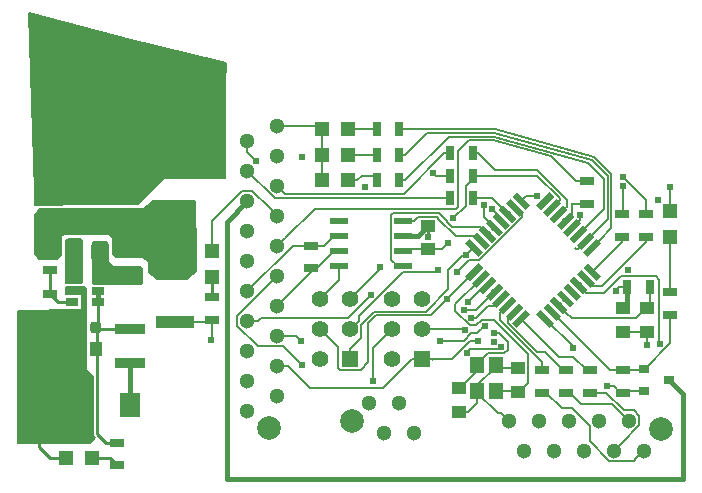
<source format=gtl>
G04 #@! TF.GenerationSoftware,KiCad,Pcbnew,5.1.4-e60b266~84~ubuntu18.04.1*
G04 #@! TF.CreationDate,2019-12-14T18:52:15-05:00*
G04 #@! TF.ProjectId,dashboard_MKV_ewan,64617368-626f-4617-9264-5f4d4b565f65,rev?*
G04 #@! TF.SameCoordinates,Original*
G04 #@! TF.FileFunction,Copper,L1,Top*
G04 #@! TF.FilePolarity,Positive*
%FSLAX46Y46*%
G04 Gerber Fmt 4.6, Leading zero omitted, Abs format (unit mm)*
G04 Created by KiCad (PCBNEW 5.1.4-e60b266~84~ubuntu18.04.1) date 2019-12-14 18:52:15*
%MOMM*%
%LPD*%
G04 APERTURE LIST*
%ADD10R,1.550000X0.600000*%
%ADD11R,1.300000X0.700000*%
%ADD12C,0.550000*%
%ADD13C,0.100000*%
%ADD14R,1.200000X1.400000*%
%ADD15C,1.300000*%
%ADD16C,2.000000*%
%ADD17R,3.500000X1.780000*%
%ADD18R,1.000000X1.250000*%
%ADD19R,2.500000X0.900000*%
%ADD20R,2.000000X1.200000*%
%ADD21R,3.200000X1.000000*%
%ADD22R,1.060000X0.650000*%
%ADD23R,1.600000X1.000000*%
%ADD24R,1.250000X1.000000*%
%ADD25R,1.778000X2.159000*%
%ADD26R,1.200000X1.200000*%
%ADD27C,0.875000*%
%ADD28R,1.400000X1.400000*%
%ADD29C,1.400000*%
%ADD30R,0.900000X0.800000*%
%ADD31R,0.700000X1.300000*%
%ADD32C,0.800000*%
%ADD33C,0.609600*%
%ADD34C,0.250000*%
%ADD35C,0.381000*%
%ADD36C,0.152400*%
%ADD37C,0.254000*%
G04 APERTURE END LIST*
D10*
X202344000Y-77724000D03*
X202344000Y-76454000D03*
X202344000Y-75184000D03*
X202344000Y-73914000D03*
X196944000Y-73914000D03*
X196944000Y-75184000D03*
X196944000Y-76454000D03*
X196944000Y-77724000D03*
D11*
X194564000Y-76012000D03*
X194564000Y-77912000D03*
D12*
X212334695Y-72230897D03*
D13*
G36*
X211574555Y-71859666D02*
G01*
X211963464Y-71470757D01*
X213094835Y-72602128D01*
X212705926Y-72991037D01*
X211574555Y-71859666D01*
X211574555Y-71859666D01*
G37*
D12*
X211769010Y-72796583D03*
D13*
G36*
X211008870Y-72425352D02*
G01*
X211397779Y-72036443D01*
X212529150Y-73167814D01*
X212140241Y-73556723D01*
X211008870Y-72425352D01*
X211008870Y-72425352D01*
G37*
D12*
X211203324Y-73362268D03*
D13*
G36*
X210443184Y-72991037D02*
G01*
X210832093Y-72602128D01*
X211963464Y-73733499D01*
X211574555Y-74122408D01*
X210443184Y-72991037D01*
X210443184Y-72991037D01*
G37*
D12*
X210637639Y-73927953D03*
D13*
G36*
X209877499Y-73556722D02*
G01*
X210266408Y-73167813D01*
X211397779Y-74299184D01*
X211008870Y-74688093D01*
X209877499Y-73556722D01*
X209877499Y-73556722D01*
G37*
D12*
X210071953Y-74493639D03*
D13*
G36*
X209311813Y-74122408D02*
G01*
X209700722Y-73733499D01*
X210832093Y-74864870D01*
X210443184Y-75253779D01*
X209311813Y-74122408D01*
X209311813Y-74122408D01*
G37*
D12*
X209506268Y-75059324D03*
D13*
G36*
X208746128Y-74688093D02*
G01*
X209135037Y-74299184D01*
X210266408Y-75430555D01*
X209877499Y-75819464D01*
X208746128Y-74688093D01*
X208746128Y-74688093D01*
G37*
D12*
X208940583Y-75625010D03*
D13*
G36*
X208180443Y-75253779D02*
G01*
X208569352Y-74864870D01*
X209700723Y-75996241D01*
X209311814Y-76385150D01*
X208180443Y-75253779D01*
X208180443Y-75253779D01*
G37*
D12*
X208374897Y-76190695D03*
D13*
G36*
X207614757Y-75819464D02*
G01*
X208003666Y-75430555D01*
X209135037Y-76561926D01*
X208746128Y-76950835D01*
X207614757Y-75819464D01*
X207614757Y-75819464D01*
G37*
D12*
X208374897Y-78241305D03*
D13*
G36*
X208003666Y-79001445D02*
G01*
X207614757Y-78612536D01*
X208746128Y-77481165D01*
X209135037Y-77870074D01*
X208003666Y-79001445D01*
X208003666Y-79001445D01*
G37*
D12*
X208940583Y-78806990D03*
D13*
G36*
X208569352Y-79567130D02*
G01*
X208180443Y-79178221D01*
X209311814Y-78046850D01*
X209700723Y-78435759D01*
X208569352Y-79567130D01*
X208569352Y-79567130D01*
G37*
D12*
X209506268Y-79372676D03*
D13*
G36*
X209135037Y-80132816D02*
G01*
X208746128Y-79743907D01*
X209877499Y-78612536D01*
X210266408Y-79001445D01*
X209135037Y-80132816D01*
X209135037Y-80132816D01*
G37*
D12*
X210071953Y-79938361D03*
D13*
G36*
X209700722Y-80698501D02*
G01*
X209311813Y-80309592D01*
X210443184Y-79178221D01*
X210832093Y-79567130D01*
X209700722Y-80698501D01*
X209700722Y-80698501D01*
G37*
D12*
X210637639Y-80504047D03*
D13*
G36*
X210266408Y-81264187D02*
G01*
X209877499Y-80875278D01*
X211008870Y-79743907D01*
X211397779Y-80132816D01*
X210266408Y-81264187D01*
X210266408Y-81264187D01*
G37*
D12*
X211203324Y-81069732D03*
D13*
G36*
X210832093Y-81829872D02*
G01*
X210443184Y-81440963D01*
X211574555Y-80309592D01*
X211963464Y-80698501D01*
X210832093Y-81829872D01*
X210832093Y-81829872D01*
G37*
D12*
X211769010Y-81635417D03*
D13*
G36*
X211397779Y-82395557D02*
G01*
X211008870Y-82006648D01*
X212140241Y-80875277D01*
X212529150Y-81264186D01*
X211397779Y-82395557D01*
X211397779Y-82395557D01*
G37*
D12*
X212334695Y-82201103D03*
D13*
G36*
X211963464Y-82961243D02*
G01*
X211574555Y-82572334D01*
X212705926Y-81440963D01*
X213094835Y-81829872D01*
X211963464Y-82961243D01*
X211963464Y-82961243D01*
G37*
D12*
X214385305Y-82201103D03*
D13*
G36*
X213625165Y-81829872D02*
G01*
X214014074Y-81440963D01*
X215145445Y-82572334D01*
X214756536Y-82961243D01*
X213625165Y-81829872D01*
X213625165Y-81829872D01*
G37*
D12*
X214950990Y-81635417D03*
D13*
G36*
X214190850Y-81264186D02*
G01*
X214579759Y-80875277D01*
X215711130Y-82006648D01*
X215322221Y-82395557D01*
X214190850Y-81264186D01*
X214190850Y-81264186D01*
G37*
D12*
X215516676Y-81069732D03*
D13*
G36*
X214756536Y-80698501D02*
G01*
X215145445Y-80309592D01*
X216276816Y-81440963D01*
X215887907Y-81829872D01*
X214756536Y-80698501D01*
X214756536Y-80698501D01*
G37*
D12*
X216082361Y-80504047D03*
D13*
G36*
X215322221Y-80132816D02*
G01*
X215711130Y-79743907D01*
X216842501Y-80875278D01*
X216453592Y-81264187D01*
X215322221Y-80132816D01*
X215322221Y-80132816D01*
G37*
D12*
X216648047Y-79938361D03*
D13*
G36*
X215887907Y-79567130D02*
G01*
X216276816Y-79178221D01*
X217408187Y-80309592D01*
X217019278Y-80698501D01*
X215887907Y-79567130D01*
X215887907Y-79567130D01*
G37*
D12*
X217213732Y-79372676D03*
D13*
G36*
X216453592Y-79001445D02*
G01*
X216842501Y-78612536D01*
X217973872Y-79743907D01*
X217584963Y-80132816D01*
X216453592Y-79001445D01*
X216453592Y-79001445D01*
G37*
D12*
X217779417Y-78806990D03*
D13*
G36*
X217019277Y-78435759D02*
G01*
X217408186Y-78046850D01*
X218539557Y-79178221D01*
X218150648Y-79567130D01*
X217019277Y-78435759D01*
X217019277Y-78435759D01*
G37*
D12*
X218345103Y-78241305D03*
D13*
G36*
X217584963Y-77870074D02*
G01*
X217973872Y-77481165D01*
X219105243Y-78612536D01*
X218716334Y-79001445D01*
X217584963Y-77870074D01*
X217584963Y-77870074D01*
G37*
D12*
X218345103Y-76190695D03*
D13*
G36*
X217973872Y-76950835D02*
G01*
X217584963Y-76561926D01*
X218716334Y-75430555D01*
X219105243Y-75819464D01*
X217973872Y-76950835D01*
X217973872Y-76950835D01*
G37*
D12*
X217779417Y-75625010D03*
D13*
G36*
X217408186Y-76385150D02*
G01*
X217019277Y-75996241D01*
X218150648Y-74864870D01*
X218539557Y-75253779D01*
X217408186Y-76385150D01*
X217408186Y-76385150D01*
G37*
D12*
X217213732Y-75059324D03*
D13*
G36*
X216842501Y-75819464D02*
G01*
X216453592Y-75430555D01*
X217584963Y-74299184D01*
X217973872Y-74688093D01*
X216842501Y-75819464D01*
X216842501Y-75819464D01*
G37*
D12*
X216648047Y-74493639D03*
D13*
G36*
X216276816Y-75253779D02*
G01*
X215887907Y-74864870D01*
X217019278Y-73733499D01*
X217408187Y-74122408D01*
X216276816Y-75253779D01*
X216276816Y-75253779D01*
G37*
D12*
X216082361Y-73927953D03*
D13*
G36*
X215711130Y-74688093D02*
G01*
X215322221Y-74299184D01*
X216453592Y-73167813D01*
X216842501Y-73556722D01*
X215711130Y-74688093D01*
X215711130Y-74688093D01*
G37*
D12*
X215516676Y-73362268D03*
D13*
G36*
X215145445Y-74122408D02*
G01*
X214756536Y-73733499D01*
X215887907Y-72602128D01*
X216276816Y-72991037D01*
X215145445Y-74122408D01*
X215145445Y-74122408D01*
G37*
D12*
X214950990Y-72796583D03*
D13*
G36*
X214579759Y-73556723D02*
G01*
X214190850Y-73167814D01*
X215322221Y-72036443D01*
X215711130Y-72425352D01*
X214579759Y-73556723D01*
X214579759Y-73556723D01*
G37*
D12*
X214385305Y-72230897D03*
D13*
G36*
X214014074Y-72991037D02*
G01*
X213625165Y-72602128D01*
X214756536Y-71470757D01*
X215145445Y-71859666D01*
X214014074Y-72991037D01*
X214014074Y-72991037D01*
G37*
D14*
X210223000Y-86149000D03*
X210223000Y-88349000D03*
X208623000Y-88349000D03*
X208623000Y-86149000D03*
D15*
X189157200Y-84934600D03*
X189157200Y-87474600D03*
X189157200Y-90014600D03*
X189157200Y-82394600D03*
X191697200Y-88744600D03*
X191697200Y-86204600D03*
X191697200Y-83664600D03*
X191697200Y-81124600D03*
X189157200Y-79854600D03*
X191697200Y-78584600D03*
X189157200Y-77314600D03*
X191697200Y-76044600D03*
X189157200Y-74774600D03*
X191697200Y-73504600D03*
X189157200Y-72234600D03*
X191697200Y-70964600D03*
X189157200Y-69694600D03*
X191697200Y-68424600D03*
X189157200Y-67154600D03*
X191697200Y-65884600D03*
D16*
X190957200Y-91414600D03*
D11*
X217881200Y-72451000D03*
X217881200Y-70551000D03*
D15*
X201958400Y-89355800D03*
X199418400Y-89355800D03*
X200688400Y-91895800D03*
X203228400Y-91895800D03*
D16*
X198018400Y-90855800D03*
D17*
X183057800Y-73672700D03*
X183057800Y-68392700D03*
D18*
X176437800Y-76530200D03*
X174437800Y-76530200D03*
D19*
X179184300Y-85981200D03*
X179184300Y-83081200D03*
D20*
X179123340Y-78625300D03*
X179123340Y-75425300D03*
D11*
X172435520Y-76207580D03*
X172435520Y-78107580D03*
X172420280Y-81993780D03*
X172420280Y-80093780D03*
X186161200Y-82291000D03*
X186161200Y-80391000D03*
D21*
X183062880Y-76273800D03*
X183062880Y-82473800D03*
D22*
X174322600Y-78874400D03*
X174322600Y-79824400D03*
X174322600Y-80774400D03*
X176522600Y-80774400D03*
X176522600Y-78874400D03*
X176522600Y-79824400D03*
D23*
X176707800Y-74053700D03*
X176707800Y-71053700D03*
D24*
X179057300Y-73529700D03*
X179057300Y-71529700D03*
D25*
X175120300Y-89547700D03*
X179184300Y-89547700D03*
D26*
X186161200Y-78641000D03*
X186161200Y-76441000D03*
X175953600Y-94030800D03*
X173753600Y-94030800D03*
D11*
X178079400Y-92725200D03*
X178079400Y-94625200D03*
D18*
X174326800Y-84749640D03*
X176326800Y-84749640D03*
D13*
G36*
X176544991Y-82469753D02*
G01*
X176566226Y-82472903D01*
X176587050Y-82478119D01*
X176607262Y-82485351D01*
X176626668Y-82494530D01*
X176645081Y-82505566D01*
X176662324Y-82518354D01*
X176678230Y-82532770D01*
X176692646Y-82548676D01*
X176705434Y-82565919D01*
X176716470Y-82584332D01*
X176725649Y-82603738D01*
X176732881Y-82623950D01*
X176738097Y-82644774D01*
X176741247Y-82666009D01*
X176742300Y-82687450D01*
X176742300Y-83199950D01*
X176741247Y-83221391D01*
X176738097Y-83242626D01*
X176732881Y-83263450D01*
X176725649Y-83283662D01*
X176716470Y-83303068D01*
X176705434Y-83321481D01*
X176692646Y-83338724D01*
X176678230Y-83354630D01*
X176662324Y-83369046D01*
X176645081Y-83381834D01*
X176626668Y-83392870D01*
X176607262Y-83402049D01*
X176587050Y-83409281D01*
X176566226Y-83414497D01*
X176544991Y-83417647D01*
X176523550Y-83418700D01*
X176086050Y-83418700D01*
X176064609Y-83417647D01*
X176043374Y-83414497D01*
X176022550Y-83409281D01*
X176002338Y-83402049D01*
X175982932Y-83392870D01*
X175964519Y-83381834D01*
X175947276Y-83369046D01*
X175931370Y-83354630D01*
X175916954Y-83338724D01*
X175904166Y-83321481D01*
X175893130Y-83303068D01*
X175883951Y-83283662D01*
X175876719Y-83263450D01*
X175871503Y-83242626D01*
X175868353Y-83221391D01*
X175867300Y-83199950D01*
X175867300Y-82687450D01*
X175868353Y-82666009D01*
X175871503Y-82644774D01*
X175876719Y-82623950D01*
X175883951Y-82603738D01*
X175893130Y-82584332D01*
X175904166Y-82565919D01*
X175916954Y-82548676D01*
X175931370Y-82532770D01*
X175947276Y-82518354D01*
X175964519Y-82505566D01*
X175982932Y-82494530D01*
X176002338Y-82485351D01*
X176022550Y-82478119D01*
X176043374Y-82472903D01*
X176064609Y-82469753D01*
X176086050Y-82468700D01*
X176523550Y-82468700D01*
X176544991Y-82469753D01*
X176544991Y-82469753D01*
G37*
D27*
X176304800Y-82943700D03*
D13*
G36*
X174969991Y-82469753D02*
G01*
X174991226Y-82472903D01*
X175012050Y-82478119D01*
X175032262Y-82485351D01*
X175051668Y-82494530D01*
X175070081Y-82505566D01*
X175087324Y-82518354D01*
X175103230Y-82532770D01*
X175117646Y-82548676D01*
X175130434Y-82565919D01*
X175141470Y-82584332D01*
X175150649Y-82603738D01*
X175157881Y-82623950D01*
X175163097Y-82644774D01*
X175166247Y-82666009D01*
X175167300Y-82687450D01*
X175167300Y-83199950D01*
X175166247Y-83221391D01*
X175163097Y-83242626D01*
X175157881Y-83263450D01*
X175150649Y-83283662D01*
X175141470Y-83303068D01*
X175130434Y-83321481D01*
X175117646Y-83338724D01*
X175103230Y-83354630D01*
X175087324Y-83369046D01*
X175070081Y-83381834D01*
X175051668Y-83392870D01*
X175032262Y-83402049D01*
X175012050Y-83409281D01*
X174991226Y-83414497D01*
X174969991Y-83417647D01*
X174948550Y-83418700D01*
X174511050Y-83418700D01*
X174489609Y-83417647D01*
X174468374Y-83414497D01*
X174447550Y-83409281D01*
X174427338Y-83402049D01*
X174407932Y-83392870D01*
X174389519Y-83381834D01*
X174372276Y-83369046D01*
X174356370Y-83354630D01*
X174341954Y-83338724D01*
X174329166Y-83321481D01*
X174318130Y-83303068D01*
X174308951Y-83283662D01*
X174301719Y-83263450D01*
X174296503Y-83242626D01*
X174293353Y-83221391D01*
X174292300Y-83199950D01*
X174292300Y-82687450D01*
X174293353Y-82666009D01*
X174296503Y-82644774D01*
X174301719Y-82623950D01*
X174308951Y-82603738D01*
X174318130Y-82584332D01*
X174329166Y-82565919D01*
X174341954Y-82548676D01*
X174356370Y-82532770D01*
X174372276Y-82518354D01*
X174389519Y-82505566D01*
X174407932Y-82494530D01*
X174427338Y-82485351D01*
X174447550Y-82478119D01*
X174468374Y-82472903D01*
X174489609Y-82469753D01*
X174511050Y-82468700D01*
X174948550Y-82468700D01*
X174969991Y-82469753D01*
X174969991Y-82469753D01*
G37*
D27*
X174729800Y-82943700D03*
D24*
X220980000Y-81296000D03*
X220980000Y-83296000D03*
X223012000Y-81296000D03*
X223012000Y-83296000D03*
X207060800Y-90103200D03*
X207060800Y-88103200D03*
X212090000Y-88376000D03*
X212090000Y-86376000D03*
X204470000Y-74311000D03*
X204470000Y-76311000D03*
D26*
X197696000Y-68326000D03*
X195496000Y-68326000D03*
X195496000Y-70485000D03*
X197696000Y-70485000D03*
X195496000Y-66167000D03*
X197696000Y-66167000D03*
X224917000Y-73068000D03*
X224917000Y-75268000D03*
D15*
X217652600Y-93370400D03*
X220192600Y-93370400D03*
X222732600Y-93370400D03*
X215112600Y-93370400D03*
X221462600Y-90830400D03*
X218922600Y-90830400D03*
X216382600Y-90830400D03*
X213842600Y-90830400D03*
X212572600Y-93370400D03*
X211302600Y-90830400D03*
D16*
X224132600Y-91570400D03*
D28*
X197866000Y-85598000D03*
D29*
X195326000Y-85598000D03*
X197866000Y-83058000D03*
X195326000Y-83058000D03*
X197866000Y-80518000D03*
X195326000Y-80518000D03*
X201422000Y-80518000D03*
X203962000Y-80518000D03*
X201422000Y-83058000D03*
X203962000Y-83058000D03*
X201422000Y-85598000D03*
D28*
X203962000Y-85598000D03*
D30*
X222724000Y-86426000D03*
X222724000Y-88326000D03*
X224824000Y-87376000D03*
D31*
X208214000Y-68199000D03*
X206314000Y-68199000D03*
X206314000Y-72009000D03*
X208214000Y-72009000D03*
X221300000Y-79502000D03*
X223200000Y-79502000D03*
D11*
X222885000Y-73345000D03*
X222885000Y-75245000D03*
X220853000Y-73345000D03*
X220853000Y-75245000D03*
D31*
X201991000Y-68326000D03*
X200091000Y-68326000D03*
X200091000Y-70485000D03*
X201991000Y-70485000D03*
X200091000Y-66167000D03*
X201991000Y-66167000D03*
X208214000Y-70104000D03*
X206314000Y-70104000D03*
D11*
X224917000Y-79949000D03*
X224917000Y-81849000D03*
X220980000Y-88453000D03*
X220980000Y-86553000D03*
X218186000Y-86553000D03*
X218186000Y-88453000D03*
X214122000Y-86553000D03*
X214122000Y-88453000D03*
X216154000Y-86553000D03*
X216154000Y-88453000D03*
D32*
X181856380Y-63482220D03*
X178521360Y-63517780D03*
X186692540Y-63482220D03*
X184591960Y-63482220D03*
X170256200Y-82796380D03*
X170357800Y-85598000D03*
X170357800Y-88544400D03*
X170357800Y-91770200D03*
X174365920Y-91826080D03*
X186740800Y-65227200D03*
X171485560Y-91813380D03*
D33*
X219595897Y-87925577D03*
X222961200Y-84419999D03*
X209143600Y-72593200D03*
X199136000Y-71069186D03*
X224948306Y-71079179D03*
X223901000Y-72145989D03*
X206121000Y-75819000D03*
X204876400Y-69900800D03*
X221386400Y-78089999D03*
X209843226Y-72895142D03*
X186080400Y-84023200D03*
X220328830Y-79816030D03*
X193751200Y-68478400D03*
X209843226Y-72895142D03*
X204437870Y-75304270D03*
X209995144Y-84209016D03*
X207843730Y-80783951D03*
X210007450Y-83439000D03*
X199771000Y-87503000D03*
X206857600Y-78282800D03*
X199627414Y-80183914D03*
X206552800Y-73710800D03*
X213664800Y-71831200D03*
X208661008Y-84074000D03*
X193649600Y-84074000D03*
X207450671Y-81474329D03*
X207603417Y-83135773D03*
X224098229Y-84347429D03*
X193751200Y-86106000D03*
X220916381Y-70933877D03*
X220937149Y-70172158D03*
X208085671Y-82109329D03*
X189915800Y-68834000D03*
X205486000Y-84074000D03*
X209245437Y-82804000D03*
X207645000Y-76771500D03*
X205295500Y-78041500D03*
X217297725Y-73388817D03*
X207719335Y-85107197D03*
X210644064Y-84608472D03*
X206042336Y-80566336D03*
X200406000Y-77848000D03*
X216725500Y-84709000D03*
D34*
X186692540Y-63482220D02*
X186794140Y-63380620D01*
D35*
X174365920Y-90302080D02*
X175120300Y-89547700D01*
D36*
X175120300Y-89738200D02*
X175120300Y-89547700D01*
D37*
X183057800Y-64683640D02*
X181856380Y-63482220D01*
X183057800Y-68392700D02*
X183057800Y-64683640D01*
X174820480Y-83246880D02*
X174517300Y-82943700D01*
X174820480Y-84749640D02*
X174820480Y-83246880D01*
X174517300Y-82818700D02*
X174517300Y-82943700D01*
X173692380Y-81993780D02*
X174517300Y-82818700D01*
X172420280Y-81993780D02*
X173692380Y-81993780D01*
X178581300Y-71053700D02*
X179057300Y-71529700D01*
X176707800Y-71053700D02*
X178581300Y-71053700D01*
X182319300Y-68392700D02*
X183057800Y-68392700D01*
X179182300Y-71529700D02*
X182319300Y-68392700D01*
X179057300Y-71529700D02*
X179182300Y-71529700D01*
X175106600Y-79824400D02*
X174322600Y-79824400D01*
X175132001Y-79849801D02*
X175106600Y-79824400D01*
X175132001Y-81449999D02*
X175132001Y-79849801D01*
X174517300Y-82064700D02*
X175132001Y-81449999D01*
X174517300Y-82943700D02*
X174517300Y-82064700D01*
X175120300Y-91071700D02*
X174365920Y-91826080D01*
X175120300Y-89547700D02*
X175120300Y-91071700D01*
X173753600Y-94030800D02*
X172466000Y-94030800D01*
X171485560Y-93050360D02*
X171485560Y-91813380D01*
X172466000Y-94030800D02*
X171485560Y-93050360D01*
X170256200Y-82448400D02*
X170256200Y-82796380D01*
X170710820Y-81993780D02*
X170256200Y-82448400D01*
X172420280Y-81993780D02*
X170710820Y-81993780D01*
D36*
X221107000Y-88326000D02*
X220980000Y-88453000D01*
X222724000Y-88326000D02*
X221107000Y-88326000D01*
X220980000Y-83296000D02*
X223012000Y-83296000D01*
X210652601Y-90180401D02*
X211302600Y-90830400D01*
X208623000Y-88449000D02*
X210354401Y-90180401D01*
X210354401Y-90180401D02*
X210652601Y-90180401D01*
X208623000Y-88349000D02*
X208623000Y-88449000D01*
X210450000Y-86376000D02*
X210223000Y-86149000D01*
X212090000Y-86376000D02*
X210450000Y-86376000D01*
X220152577Y-87925577D02*
X219595897Y-87925577D01*
X220980000Y-88453000D02*
X220680000Y-88453000D01*
X220680000Y-88453000D02*
X220152577Y-87925577D01*
X202487000Y-76311000D02*
X202344000Y-76454000D01*
X204470000Y-76311000D02*
X202487000Y-76311000D01*
X196944000Y-78900000D02*
X195326000Y-80518000D01*
X196944000Y-77724000D02*
X196944000Y-78900000D01*
X195496000Y-70485000D02*
X195496000Y-68326000D01*
X195496000Y-67573600D02*
X195496000Y-66167000D01*
X195496000Y-68326000D02*
X195496000Y-67573600D01*
X195213600Y-65884600D02*
X195496000Y-66167000D01*
X191697200Y-65884600D02*
X195213600Y-65884600D01*
X208623000Y-89201400D02*
X208623000Y-88349000D01*
X208623000Y-89318400D02*
X208623000Y-89201400D01*
X207838200Y-90103200D02*
X208623000Y-89318400D01*
X207060800Y-90103200D02*
X207838200Y-90103200D01*
X191047201Y-72854601D02*
X191697200Y-73504600D01*
X189548599Y-71355999D02*
X191047201Y-72854601D01*
X186161200Y-73930270D02*
X188735471Y-71355999D01*
X188735471Y-71355999D02*
X189548599Y-71355999D01*
X186161200Y-76441000D02*
X186161200Y-73930270D01*
X223012000Y-83296000D02*
X223012000Y-84369199D01*
X223012000Y-84369199D02*
X222961200Y-84419999D01*
X210223000Y-86249000D02*
X210223000Y-86149000D01*
X208623000Y-87849000D02*
X210223000Y-86249000D01*
X208623000Y-88349000D02*
X208623000Y-87849000D01*
X210071953Y-74493639D02*
X209143600Y-73565286D01*
X209143600Y-73565286D02*
X209143600Y-73024252D01*
X209143600Y-73024252D02*
X209143600Y-72593200D01*
X224917000Y-73068000D02*
X224917000Y-71110485D01*
X224917000Y-71110485D02*
X224948306Y-71079179D01*
X205629000Y-76311000D02*
X205816201Y-76123799D01*
X205816201Y-76123799D02*
X206121000Y-75819000D01*
X204470000Y-76311000D02*
X205629000Y-76311000D01*
D35*
X179231940Y-89595340D02*
X179184300Y-89547700D01*
X179184300Y-89547700D02*
X179184300Y-85981200D01*
D36*
X183062880Y-82473800D02*
X184162880Y-82473800D01*
X185978400Y-82473800D02*
X186161200Y-82291000D01*
X183062880Y-82473800D02*
X185978400Y-82473800D01*
D35*
X203597000Y-75184000D02*
X204470000Y-74311000D01*
X202344000Y-75184000D02*
X203597000Y-75184000D01*
X221300000Y-80976000D02*
X220980000Y-81296000D01*
X221300000Y-79502000D02*
X221300000Y-80976000D01*
D36*
X206314000Y-70104000D02*
X205079600Y-70104000D01*
X205079600Y-70104000D02*
X204876400Y-69900800D01*
X210637639Y-73927953D02*
X210637639Y-73689555D01*
X210637639Y-73689555D02*
X209843226Y-72895142D01*
X186161200Y-82291000D02*
X186161200Y-83942400D01*
X186161200Y-83942400D02*
X186080400Y-84023200D01*
X221300000Y-79502000D02*
X220642860Y-79502000D01*
X220642860Y-79502000D02*
X220328830Y-79816030D01*
D37*
X204470000Y-74311000D02*
X204470000Y-75272140D01*
X204470000Y-75272140D02*
X204437870Y-75304270D01*
D35*
X176522600Y-80774400D02*
X176522600Y-79824400D01*
D37*
X176517300Y-80779700D02*
X176522600Y-80774400D01*
X176517300Y-82943700D02*
X176517300Y-80779700D01*
X176654800Y-83081200D02*
X176517300Y-82943700D01*
X179184300Y-83081200D02*
X176654800Y-83081200D01*
X176395480Y-83065520D02*
X176517300Y-82943700D01*
X176395480Y-91945280D02*
X176395480Y-83065520D01*
X177175400Y-92725200D02*
X176395480Y-91945280D01*
X178079400Y-92725200D02*
X177175400Y-92725200D01*
D34*
X178874240Y-78874400D02*
X179123340Y-78625300D01*
D37*
X176522600Y-76615000D02*
X176437800Y-76530200D01*
X176522600Y-78874400D02*
X176522600Y-76615000D01*
X179123340Y-78625300D02*
X176771700Y-78625300D01*
X176771700Y-78625300D02*
X176522600Y-78874400D01*
X174322600Y-76645400D02*
X174437800Y-76530200D01*
X174322600Y-78874400D02*
X174322600Y-76645400D01*
D34*
X172435520Y-76207580D02*
X172135520Y-76207580D01*
X183057800Y-76268720D02*
X183062880Y-76273800D01*
X179123340Y-73619360D02*
X179034440Y-73530460D01*
X182915560Y-73530460D02*
X183057800Y-73672700D01*
D37*
X183062880Y-73677780D02*
X183057800Y-73672700D01*
X183062880Y-76273800D02*
X183062880Y-73677780D01*
X182914800Y-73529700D02*
X183057800Y-73672700D01*
X179057300Y-73529700D02*
X182914800Y-73529700D01*
X179123340Y-73595740D02*
X179057300Y-73529700D01*
X179123340Y-75425300D02*
X179123340Y-73595740D01*
X178533300Y-74053700D02*
X179057300Y-73529700D01*
X176707800Y-74053700D02*
X178533300Y-74053700D01*
X172435520Y-75603580D02*
X172435520Y-76207580D01*
X173985400Y-74053700D02*
X172435520Y-75603580D01*
X176707800Y-74053700D02*
X173985400Y-74053700D01*
X177806800Y-94602000D02*
X177806800Y-94302000D01*
X177485000Y-94030800D02*
X178079400Y-94625200D01*
X175953600Y-94030800D02*
X177485000Y-94030800D01*
X186161200Y-80391000D02*
X186161200Y-78641000D01*
X172420280Y-78122820D02*
X172435520Y-78107580D01*
X172420280Y-80093780D02*
X172420280Y-78122820D01*
X173100900Y-80774400D02*
X174322600Y-80774400D01*
X172420280Y-80093780D02*
X173100900Y-80774400D01*
D36*
X223200000Y-81108000D02*
X223012000Y-81296000D01*
X223200000Y-79502000D02*
X223200000Y-81108000D01*
X216615944Y-82169000D02*
X216153071Y-81706127D01*
X222014000Y-82169000D02*
X216615944Y-82169000D01*
X223012000Y-81296000D02*
X222887000Y-81296000D01*
X216153071Y-81706127D02*
X215516676Y-81069732D01*
X222887000Y-81296000D02*
X222014000Y-82169000D01*
X208623000Y-86666000D02*
X208623000Y-86149000D01*
X207185800Y-88103200D02*
X208623000Y-86666000D01*
X207060800Y-88103200D02*
X207185800Y-88103200D01*
X209255005Y-79372676D02*
X209506268Y-79372676D01*
X207843730Y-80783951D02*
X209255005Y-79372676D01*
X211177465Y-84177963D02*
X210438502Y-83439000D01*
X208623000Y-86149000D02*
X208623000Y-86049000D01*
X210900097Y-85141873D02*
X211177465Y-84864505D01*
X210438502Y-83439000D02*
X210007450Y-83439000D01*
X211177465Y-84864505D02*
X211177465Y-84177963D01*
X209530127Y-85141873D02*
X210900097Y-85141873D01*
X208623000Y-86049000D02*
X209530127Y-85141873D01*
X212063000Y-88349000D02*
X212090000Y-88376000D01*
X210223000Y-88349000D02*
X212063000Y-88349000D01*
X206756000Y-80991573D02*
X206756000Y-81534000D01*
X208940583Y-78806990D02*
X206756000Y-80991573D01*
X208989404Y-82270599D02*
X210060035Y-82270599D01*
X207968832Y-82746832D02*
X208513171Y-82746832D01*
X212215000Y-88376000D02*
X212090000Y-88376000D01*
X208513171Y-82746832D02*
X208989404Y-82270599D01*
X206756000Y-81534000D02*
X207968832Y-82746832D01*
X212943601Y-85154165D02*
X212943601Y-87647399D01*
X210060035Y-82270599D02*
X212943601Y-85154165D01*
X212943601Y-87647399D02*
X212215000Y-88376000D01*
X197696000Y-68326000D02*
X200091000Y-68326000D01*
X200091000Y-70185000D02*
X200091000Y-70485000D01*
X200010000Y-70104000D02*
X200091000Y-70185000D01*
X198829400Y-70104000D02*
X200010000Y-70104000D01*
X197696000Y-70485000D02*
X198448400Y-70485000D01*
X198448400Y-70485000D02*
X198829400Y-70104000D01*
X198448400Y-66167000D02*
X200091000Y-66167000D01*
X197696000Y-66167000D02*
X198448400Y-66167000D01*
X224917000Y-75268000D02*
X224917000Y-79949000D01*
X222341201Y-91221799D02*
X220842599Y-92720401D01*
X222341201Y-90408671D02*
X222341201Y-91221799D01*
X220842599Y-92720401D02*
X220192600Y-93370400D01*
X221884329Y-89951799D02*
X222341201Y-90408671D01*
X221015065Y-89951799D02*
X221884329Y-89951799D01*
X219516266Y-88453000D02*
X221015065Y-89951799D01*
X218186000Y-88453000D02*
X219516266Y-88453000D01*
X221853999Y-94249001D02*
X222082601Y-94020399D01*
X214122000Y-88453000D02*
X214422000Y-88453000D01*
X214422000Y-88453000D02*
X215758000Y-89789000D01*
X215758000Y-89789000D02*
X216641530Y-89789000D01*
X222082601Y-94020399D02*
X222732600Y-93370400D01*
X218122500Y-91269970D02*
X218122500Y-92570300D01*
X216641530Y-89789000D02*
X218122500Y-91269970D01*
X219801201Y-94249001D02*
X221853999Y-94249001D01*
X218122500Y-92570300D02*
X219801201Y-94249001D01*
X216454000Y-88453000D02*
X216154000Y-88453000D01*
X217409000Y-89408000D02*
X216454000Y-88453000D01*
X220040200Y-89408000D02*
X217409000Y-89408000D01*
X221462600Y-90830400D02*
X220040200Y-89408000D01*
X201422000Y-83058000D02*
X199771000Y-84709000D01*
X199771000Y-84709000D02*
X199771000Y-87503000D01*
X212405405Y-73432978D02*
X211769010Y-72796583D01*
X208767713Y-77252555D02*
X212405405Y-73614863D01*
X212405405Y-73614863D02*
X212405405Y-73432978D01*
X207887845Y-77252555D02*
X208767713Y-77252555D01*
X206857600Y-78282800D02*
X207887845Y-77252555D01*
X197681929Y-82129399D02*
X199627414Y-80183914D01*
X190341639Y-82129399D02*
X197681929Y-82129399D01*
X189157200Y-82394600D02*
X190076438Y-82394600D01*
X190076438Y-82394600D02*
X190341639Y-82129399D01*
X215587385Y-71978301D02*
X215587385Y-72160188D01*
X215587385Y-72160188D02*
X214950990Y-72796583D01*
X213713084Y-70104000D02*
X215587385Y-71978301D01*
X208214000Y-70104000D02*
X213713084Y-70104000D01*
X207635399Y-72628201D02*
X206552800Y-73710800D01*
X208214000Y-70104000D02*
X208214000Y-70404000D01*
X207635399Y-70982601D02*
X207635399Y-72628201D01*
X208214000Y-70404000D02*
X207635399Y-70982601D01*
X194448239Y-88036401D02*
X200671199Y-88036401D01*
X192616438Y-86204600D02*
X194448239Y-88036401D01*
X203109600Y-85598000D02*
X203962000Y-85598000D01*
X200671199Y-88036401D02*
X203109600Y-85598000D01*
X191697200Y-86204600D02*
X192616438Y-86204600D01*
X204814400Y-85598000D02*
X204876400Y-85660000D01*
X203962000Y-85598000D02*
X204814400Y-85598000D01*
X212734392Y-71831200D02*
X212334695Y-72230897D01*
X213664800Y-71831200D02*
X212734392Y-71831200D01*
X203962000Y-85598000D02*
X206439415Y-85598000D01*
X207963415Y-84074000D02*
X208229956Y-84074000D01*
X206439415Y-85598000D02*
X207963415Y-84074000D01*
X208229956Y-84074000D02*
X208661008Y-84074000D01*
X191697200Y-83664600D02*
X193240200Y-83664600D01*
X193240200Y-83664600D02*
X193344801Y-83769201D01*
X193344801Y-83769201D02*
X193649600Y-84074000D01*
X208535985Y-81474329D02*
X210071953Y-79938361D01*
X207450671Y-81474329D02*
X208535985Y-81474329D01*
X207525644Y-83058000D02*
X207603417Y-83135773D01*
X203962000Y-83058000D02*
X207525644Y-83058000D01*
X194564000Y-78257800D02*
X194564000Y-77912000D01*
X191697200Y-81124600D02*
X194564000Y-78257800D01*
X196469000Y-76454000D02*
X196944000Y-76454000D01*
X195011000Y-77912000D02*
X196469000Y-76454000D01*
X194564000Y-77912000D02*
X195011000Y-77912000D01*
X192999800Y-76012000D02*
X194564000Y-76012000D01*
X189157200Y-79854600D02*
X192999800Y-76012000D01*
X196469000Y-75184000D02*
X196944000Y-75184000D01*
X195641000Y-76012000D02*
X196469000Y-75184000D01*
X194564000Y-76012000D02*
X195641000Y-76012000D01*
X224038399Y-84287599D02*
X224098229Y-84347429D01*
X217850127Y-80009071D02*
X219381447Y-80009071D01*
X220767119Y-78623399D02*
X223732881Y-78623399D01*
X223732881Y-78623399D02*
X224038399Y-78928917D01*
X217213732Y-79372676D02*
X217850127Y-80009071D01*
X219381447Y-80009071D02*
X220767119Y-78623399D01*
X224038399Y-78928917D02*
X224038399Y-84287599D01*
X188278599Y-82003201D02*
X191697200Y-78584600D01*
X188278599Y-82785999D02*
X188278599Y-82003201D01*
X190035801Y-84543201D02*
X188278599Y-82785999D01*
X193751200Y-86106000D02*
X192188401Y-84543201D01*
X192188401Y-84543201D02*
X190035801Y-84543201D01*
X220916381Y-73281619D02*
X220853000Y-73345000D01*
X220916381Y-70933877D02*
X220916381Y-73281619D01*
X217825143Y-70317143D02*
X218059000Y-70551000D01*
X207010000Y-67991518D02*
X207010000Y-72724482D01*
X207010000Y-72724482D02*
X206836482Y-72898000D01*
X209980151Y-67094126D02*
X207907392Y-67094126D01*
X217551000Y-70551000D02*
X216982000Y-70551000D01*
X216982000Y-70551000D02*
X214885561Y-68454561D01*
X214885561Y-68454561D02*
X209980151Y-67094126D01*
X207907392Y-67094126D02*
X207010000Y-67991518D01*
X206836482Y-72898000D02*
X194843800Y-72898000D01*
X194843800Y-72898000D02*
X192347199Y-75394601D01*
X192347199Y-75394601D02*
X191697200Y-76044600D01*
X222885000Y-73345000D02*
X222885000Y-72120009D01*
X222885000Y-72120009D02*
X220937149Y-70172158D01*
D35*
X187388500Y-74003300D02*
X189157200Y-72234600D01*
X224824000Y-87376000D02*
X224874000Y-87376000D01*
X187388500Y-95772290D02*
X187388500Y-74003300D01*
X226048890Y-95772290D02*
X187388500Y-95772290D01*
X226048890Y-88550890D02*
X226048890Y-95772290D01*
X224874000Y-87376000D02*
X226048890Y-88550890D01*
D36*
X202396001Y-71614599D02*
X205811600Y-68199000D01*
X205811600Y-68199000D02*
X206314000Y-68199000D01*
X192347199Y-71614599D02*
X202396001Y-71614599D01*
X191697200Y-70964600D02*
X192347199Y-71614599D01*
X191471600Y-72009000D02*
X189157200Y-69694600D01*
X206314000Y-72009000D02*
X191471600Y-72009000D01*
X189157200Y-67154600D02*
X189157200Y-68075400D01*
X189157200Y-68075400D02*
X189915800Y-68834000D01*
X205486000Y-84074000D02*
X207454624Y-84074000D01*
X208940638Y-83108799D02*
X209245437Y-82804000D01*
X207454624Y-84074000D02*
X208089624Y-83439000D01*
X210001244Y-81140442D02*
X209485610Y-81140442D01*
X208516723Y-82109329D02*
X208085671Y-82109329D01*
X208610437Y-83439000D02*
X208940638Y-83108799D01*
X208089624Y-83439000D02*
X208610437Y-83439000D01*
X210637639Y-80504047D02*
X210001244Y-81140442D01*
X209485610Y-81140442D02*
X208516723Y-82109329D01*
X208374897Y-76190695D02*
X208225805Y-76190695D01*
X208225805Y-76190695D02*
X207645000Y-76771500D01*
X204256830Y-81597500D02*
X199898000Y-81597500D01*
X197866000Y-84745600D02*
X197866000Y-85598000D01*
X206133711Y-78041489D02*
X206133711Y-79720619D01*
X198794601Y-83816999D02*
X197866000Y-84745600D01*
X207403700Y-76771500D02*
X206133711Y-78041489D01*
X206133711Y-79720619D02*
X204256830Y-81597500D01*
X207645000Y-76771500D02*
X207403700Y-76771500D01*
X199898000Y-81597500D02*
X198794601Y-82700899D01*
X198794601Y-82700899D02*
X198794601Y-83816999D01*
X205084399Y-78252601D02*
X205295500Y-78041500D01*
X202313069Y-78252601D02*
X205084399Y-78252601D01*
X198565999Y-81999671D02*
X202313069Y-78252601D01*
X197866000Y-83058000D02*
X198565999Y-82358001D01*
X198565999Y-82358001D02*
X198565999Y-81999671D01*
X216648047Y-74493639D02*
X217297725Y-73843961D01*
X217297725Y-73819869D02*
X217297725Y-73388817D01*
X217297725Y-73843961D02*
X217297725Y-73819869D01*
X208024134Y-84802398D02*
X207719335Y-85107197D01*
X208084115Y-84742417D02*
X208024134Y-84802398D01*
X210510119Y-84742417D02*
X208084115Y-84742417D01*
X210644064Y-84608472D02*
X210510119Y-84742417D01*
X207738502Y-78877700D02*
X208374897Y-78241305D01*
X207711234Y-78877700D02*
X207738502Y-78877700D01*
X208367367Y-78241305D02*
X208374897Y-78241305D01*
X200024256Y-81902310D02*
X204686624Y-81902310D01*
X204686624Y-81902310D02*
X206022598Y-80566336D01*
X199390000Y-82536566D02*
X200024256Y-81902310D01*
X196850000Y-86393482D02*
X196983119Y-86526601D01*
X196850000Y-84582000D02*
X196850000Y-86393482D01*
X195326000Y-83058000D02*
X196850000Y-84582000D01*
X196983119Y-86526601D02*
X198748881Y-86526601D01*
X198748881Y-86526601D02*
X199390000Y-85885482D01*
X199390000Y-85885482D02*
X199390000Y-82536566D01*
X206022598Y-80566336D02*
X206042336Y-80566336D01*
X206042336Y-80566336D02*
X208367367Y-78241305D01*
X197866000Y-80518000D02*
X198247000Y-80518000D01*
X197866000Y-80518000D02*
X200406000Y-77978000D01*
X200406000Y-77978000D02*
X200406000Y-77848000D01*
X224917000Y-82351400D02*
X224917000Y-81849000D01*
X224917000Y-84283000D02*
X224917000Y-82351400D01*
X222774000Y-86426000D02*
X224917000Y-84283000D01*
X222724000Y-86426000D02*
X222774000Y-86426000D01*
X222597000Y-86553000D02*
X222724000Y-86426000D01*
X220980000Y-86553000D02*
X222597000Y-86553000D01*
X219868573Y-86553000D02*
X214950990Y-81635417D01*
X220980000Y-86553000D02*
X219868573Y-86553000D01*
X210118638Y-69601238D02*
X213641388Y-69601238D01*
X216168940Y-72710004D02*
X216153071Y-72725873D01*
X216168940Y-72128790D02*
X216168940Y-72710004D01*
X208214000Y-68199000D02*
X208716400Y-68199000D01*
X216153071Y-72725873D02*
X215516676Y-73362268D01*
X213641388Y-69601238D02*
X216168940Y-72128790D01*
X208716400Y-68199000D02*
X210118638Y-69601238D01*
X208214000Y-72009000D02*
X208815436Y-72009000D01*
X208214000Y-72009000D02*
X209850056Y-72009000D01*
X209850056Y-72009000D02*
X211203324Y-73362268D01*
X218415812Y-79443385D02*
X217779417Y-78806990D01*
X219189015Y-79443385D02*
X218415812Y-79443385D01*
X222885000Y-75747400D02*
X219189015Y-79443385D01*
X222885000Y-75245000D02*
X222885000Y-75747400D01*
X220853000Y-75733408D02*
X220853000Y-75245000D01*
X218345103Y-78241305D02*
X220853000Y-75733408D01*
X216961137Y-76261405D02*
X216916000Y-76216268D01*
X217779417Y-75625010D02*
X217143022Y-76261405D01*
X217143022Y-76261405D02*
X216961137Y-76261405D01*
X219646501Y-73757926D02*
X218415812Y-74988615D01*
X219646501Y-70117434D02*
X219646501Y-73757926D01*
X202493400Y-68326000D02*
X204334896Y-66484504D01*
X201991000Y-68326000D02*
X202493400Y-68326000D01*
X218297143Y-68768076D02*
X219646501Y-70117434D01*
X204334896Y-66484504D02*
X210063111Y-66484504D01*
X210063111Y-66484504D02*
X218297143Y-68768076D01*
X218415812Y-74988615D02*
X217779417Y-75625010D01*
X201991000Y-70485000D02*
X202493400Y-70485000D01*
X217850127Y-74422929D02*
X217213732Y-75059324D01*
X202493400Y-70485000D02*
X206189085Y-66789315D01*
X217962616Y-68991616D02*
X219341690Y-70370690D01*
X210021633Y-66789315D02*
X217962616Y-68991616D01*
X219341690Y-70370690D02*
X219341690Y-72931366D01*
X219341690Y-72931366D02*
X217850127Y-74422929D01*
X206189085Y-66789315D02*
X210021633Y-66789315D01*
X201991000Y-66167000D02*
X202493400Y-66167000D01*
X219974399Y-69968794D02*
X219974399Y-74561399D01*
X202493400Y-66167000D02*
X202506093Y-66179693D01*
X202506093Y-66179693D02*
X210104593Y-66179693D01*
X210104593Y-66179693D02*
X218518853Y-68513248D01*
X218981498Y-75554300D02*
X218345103Y-76190695D01*
X219974399Y-74561399D02*
X218981498Y-75554300D01*
X218518853Y-68513248D02*
X219974399Y-69968794D01*
X218059000Y-72451000D02*
X217559314Y-72451000D01*
X216621400Y-72451000D02*
X217551000Y-72451000D01*
X216082361Y-73927953D02*
X216611200Y-73399114D01*
X216611200Y-72440800D02*
X216621400Y-72451000D01*
X216611200Y-73399114D02*
X216611200Y-72440800D01*
X218186000Y-86553000D02*
X217886000Y-86553000D01*
X217886000Y-86553000D02*
X216753190Y-85420190D01*
X216753190Y-85420190D02*
X215553782Y-85420190D01*
X215553782Y-85420190D02*
X212334695Y-82201103D01*
X210566929Y-81706127D02*
X211203324Y-81069732D01*
X210566929Y-82319080D02*
X210566929Y-81706127D01*
X214122000Y-86553000D02*
X214122000Y-85874151D01*
X214122000Y-85874151D02*
X210566929Y-82319080D01*
X213695888Y-85016972D02*
X211251824Y-82572908D01*
X216154000Y-86553000D02*
X215854000Y-86553000D01*
X211251824Y-82152603D02*
X211769010Y-81635417D01*
X214317972Y-85016972D02*
X213695888Y-85016972D01*
X211251824Y-82572908D02*
X211251824Y-82152603D01*
X215854000Y-86553000D02*
X214317972Y-85016972D01*
X201340399Y-73431119D02*
X201340399Y-77195399D01*
X201340399Y-77195399D02*
X201869000Y-77724000D01*
X201493929Y-73277589D02*
X201340399Y-73431119D01*
X206019399Y-73892851D02*
X205404137Y-73277589D01*
X208869873Y-74422929D02*
X206456865Y-74422929D01*
X209506268Y-75059324D02*
X208869873Y-74422929D01*
X206456865Y-74422929D02*
X206019399Y-73985463D01*
X205404137Y-73277589D02*
X201493929Y-73277589D01*
X201869000Y-77724000D02*
X202344000Y-77724000D01*
X206019399Y-73985463D02*
X206019399Y-73892851D01*
X208940582Y-75625010D02*
X208940583Y-75625010D01*
X208499572Y-75184000D02*
X208940582Y-75625010D01*
X206786870Y-75184000D02*
X208499572Y-75184000D01*
X203271400Y-73914000D02*
X203603001Y-73582399D01*
X202344000Y-73914000D02*
X203271400Y-73914000D01*
X205277881Y-73582399D02*
X205323601Y-73628119D01*
X203603001Y-73582399D02*
X205277881Y-73582399D01*
X205323601Y-73720731D02*
X206786870Y-75184000D01*
X205323601Y-73628119D02*
X205323601Y-73720731D01*
X214385305Y-82201103D02*
X216725500Y-84541298D01*
X216725500Y-84541298D02*
X216725500Y-84709000D01*
G36*
X184755600Y-74527000D02*
G01*
X184757064Y-74541866D01*
X184761400Y-74556160D01*
X184768398Y-74569268D01*
X184805600Y-74625071D01*
X184805600Y-78145436D01*
X184075236Y-78875800D01*
X181488364Y-78875800D01*
X180858000Y-78245436D01*
X180858000Y-77477000D01*
X180856536Y-77462134D01*
X180852200Y-77447840D01*
X180845158Y-77434666D01*
X180835682Y-77423118D01*
X180435682Y-77023118D01*
X180424134Y-77013642D01*
X180410960Y-77006600D01*
X180396666Y-77002264D01*
X180381800Y-77000800D01*
X178038364Y-77000800D01*
X177733000Y-76695436D01*
X177733000Y-75327000D01*
X177731536Y-75312134D01*
X177727200Y-75297840D01*
X177720158Y-75284666D01*
X177710682Y-75273118D01*
X177460682Y-75023118D01*
X177449134Y-75013642D01*
X177435960Y-75006600D01*
X177421666Y-75002264D01*
X177406800Y-75000800D01*
X173656800Y-75000800D01*
X173641934Y-75002264D01*
X173627640Y-75006600D01*
X173614466Y-75013642D01*
X173602918Y-75023118D01*
X173402918Y-75223118D01*
X173393442Y-75234666D01*
X173386400Y-75247840D01*
X173382064Y-75262134D01*
X173380600Y-75277000D01*
X173380600Y-76770436D01*
X173000236Y-77150800D01*
X171538364Y-77150800D01*
X171133000Y-76745436D01*
X171133000Y-73433564D01*
X171613364Y-72953200D01*
X180356800Y-72953200D01*
X180371666Y-72951736D01*
X180385960Y-72947400D01*
X180399134Y-72940358D01*
X180410682Y-72930882D01*
X181138364Y-72203200D01*
X184755600Y-72203200D01*
X184755600Y-74527000D01*
X184755600Y-74527000D01*
G37*
X184755600Y-74527000D02*
X184757064Y-74541866D01*
X184761400Y-74556160D01*
X184768398Y-74569268D01*
X184805600Y-74625071D01*
X184805600Y-78145436D01*
X184075236Y-78875800D01*
X181488364Y-78875800D01*
X180858000Y-78245436D01*
X180858000Y-77477000D01*
X180856536Y-77462134D01*
X180852200Y-77447840D01*
X180845158Y-77434666D01*
X180835682Y-77423118D01*
X180435682Y-77023118D01*
X180424134Y-77013642D01*
X180410960Y-77006600D01*
X180396666Y-77002264D01*
X180381800Y-77000800D01*
X178038364Y-77000800D01*
X177733000Y-76695436D01*
X177733000Y-75327000D01*
X177731536Y-75312134D01*
X177727200Y-75297840D01*
X177720158Y-75284666D01*
X177710682Y-75273118D01*
X177460682Y-75023118D01*
X177449134Y-75013642D01*
X177435960Y-75006600D01*
X177421666Y-75002264D01*
X177406800Y-75000800D01*
X173656800Y-75000800D01*
X173641934Y-75002264D01*
X173627640Y-75006600D01*
X173614466Y-75013642D01*
X173602918Y-75023118D01*
X173402918Y-75223118D01*
X173393442Y-75234666D01*
X173386400Y-75247840D01*
X173382064Y-75262134D01*
X173380600Y-75277000D01*
X173380600Y-76770436D01*
X173000236Y-77150800D01*
X171538364Y-77150800D01*
X171133000Y-76745436D01*
X171133000Y-73433564D01*
X171613364Y-72953200D01*
X180356800Y-72953200D01*
X180371666Y-72951736D01*
X180385960Y-72947400D01*
X180399134Y-72940358D01*
X180410682Y-72930882D01*
X181138364Y-72203200D01*
X184755600Y-72203200D01*
X184755600Y-74527000D01*
G36*
X179278659Y-58620545D02*
G01*
X179280448Y-58621006D01*
X187298709Y-60587749D01*
X187274208Y-62241371D01*
X187274200Y-62242500D01*
X187274200Y-70257393D01*
X182055801Y-70325807D01*
X182040956Y-70327465D01*
X182026719Y-70331989D01*
X182013639Y-70339202D01*
X182002918Y-70348118D01*
X179875236Y-72475800D01*
X175906800Y-72475800D01*
X175905266Y-72475815D01*
X171170600Y-72571150D01*
X171170600Y-71467700D01*
X171170558Y-71465169D01*
X170665984Y-56285330D01*
X179278659Y-58620545D01*
X179278659Y-58620545D01*
G37*
X179278659Y-58620545D02*
X179280448Y-58621006D01*
X187298709Y-60587749D01*
X187274208Y-62241371D01*
X187274200Y-62242500D01*
X187274200Y-70257393D01*
X182055801Y-70325807D01*
X182040956Y-70327465D01*
X182026719Y-70331989D01*
X182013639Y-70339202D01*
X182002918Y-70348118D01*
X179875236Y-72475800D01*
X175906800Y-72475800D01*
X175905266Y-72475815D01*
X171170600Y-72571150D01*
X171170600Y-71467700D01*
X171170558Y-71465169D01*
X170665984Y-56285330D01*
X179278659Y-58620545D01*
G36*
X175480600Y-86527000D02*
G01*
X175482064Y-86541866D01*
X175486400Y-86556160D01*
X175493442Y-86569334D01*
X175502918Y-86580882D01*
X176039881Y-87117845D01*
X176039880Y-91927825D01*
X176038161Y-91945280D01*
X176039880Y-91962735D01*
X176039880Y-91962742D01*
X176045026Y-92014989D01*
X176065359Y-92082019D01*
X176098379Y-92143795D01*
X176142817Y-92197942D01*
X176156381Y-92209074D01*
X176261671Y-92314365D01*
X175850236Y-92725800D01*
X169697400Y-92725800D01*
X169697400Y-81532865D01*
X175007943Y-81453191D01*
X175022785Y-81451504D01*
X175037013Y-81446954D01*
X175050080Y-81439716D01*
X175060682Y-81430882D01*
X175480600Y-81010964D01*
X175480600Y-86527000D01*
X175480600Y-86527000D01*
G37*
X175480600Y-86527000D02*
X175482064Y-86541866D01*
X175486400Y-86556160D01*
X175493442Y-86569334D01*
X175502918Y-86580882D01*
X176039881Y-87117845D01*
X176039880Y-91927825D01*
X176038161Y-91945280D01*
X176039880Y-91962735D01*
X176039880Y-91962742D01*
X176045026Y-92014989D01*
X176065359Y-92082019D01*
X176098379Y-92143795D01*
X176142817Y-92197942D01*
X176156381Y-92209074D01*
X176261671Y-92314365D01*
X175850236Y-92725800D01*
X169697400Y-92725800D01*
X169697400Y-81532865D01*
X175007943Y-81453191D01*
X175022785Y-81451504D01*
X175037013Y-81446954D01*
X175050080Y-81439716D01*
X175060682Y-81430882D01*
X175480600Y-81010964D01*
X175480600Y-86527000D01*
G36*
X175480600Y-79683564D02*
G01*
X175480600Y-80125800D01*
X173808000Y-80125800D01*
X173808000Y-79528200D01*
X175325236Y-79528200D01*
X175480600Y-79683564D01*
X175480600Y-79683564D01*
G37*
X175480600Y-79683564D02*
X175480600Y-80125800D01*
X173808000Y-80125800D01*
X173808000Y-79528200D01*
X175325236Y-79528200D01*
X175480600Y-79683564D01*
G36*
X175480600Y-80995436D02*
G01*
X175400236Y-81075800D01*
X175333000Y-81075800D01*
X175333000Y-80278200D01*
X175456800Y-80278200D01*
X175471666Y-80276736D01*
X175480600Y-80274026D01*
X175480600Y-80995436D01*
X175480600Y-80995436D01*
G37*
X175480600Y-80995436D02*
X175400236Y-81075800D01*
X175333000Y-81075800D01*
X175333000Y-80278200D01*
X175456800Y-80278200D01*
X175471666Y-80276736D01*
X175480600Y-80274026D01*
X175480600Y-80995436D01*
G36*
X175480600Y-80158564D02*
G01*
X175480600Y-81075800D01*
X175258000Y-81075800D01*
X175258000Y-80183564D01*
X175381800Y-80059764D01*
X175480600Y-80158564D01*
X175480600Y-80158564D01*
G37*
X175480600Y-80158564D02*
X175480600Y-81075800D01*
X175258000Y-81075800D01*
X175258000Y-80183564D01*
X175381800Y-80059764D01*
X175480600Y-80158564D01*
G36*
X175130600Y-75608564D02*
G01*
X175130600Y-79070436D01*
X175025236Y-79175800D01*
X173808000Y-79175800D01*
X173808000Y-75583564D01*
X173938364Y-75453200D01*
X174975236Y-75453200D01*
X175130600Y-75608564D01*
X175130600Y-75608564D01*
G37*
X175130600Y-75608564D02*
X175130600Y-79070436D01*
X175025236Y-79175800D01*
X173808000Y-79175800D01*
X173808000Y-75583564D01*
X173938364Y-75453200D01*
X174975236Y-75453200D01*
X175130600Y-75608564D01*
D37*
G36*
X177279800Y-75854606D02*
G01*
X177279800Y-77352000D01*
X177282240Y-77376776D01*
X177289467Y-77400601D01*
X177301203Y-77422557D01*
X177316997Y-77441803D01*
X177641997Y-77766803D01*
X177661243Y-77782597D01*
X177683199Y-77794333D01*
X177707024Y-77801560D01*
X177731800Y-77804000D01*
X180004194Y-77804000D01*
X180129800Y-77929606D01*
X180129800Y-79163500D01*
X180114467Y-79175000D01*
X176058800Y-79175000D01*
X176058800Y-75679000D01*
X177104194Y-75679000D01*
X177279800Y-75854606D01*
X177279800Y-75854606D01*
G37*
X177279800Y-75854606D02*
X177279800Y-77352000D01*
X177282240Y-77376776D01*
X177289467Y-77400601D01*
X177301203Y-77422557D01*
X177316997Y-77441803D01*
X177641997Y-77766803D01*
X177661243Y-77782597D01*
X177683199Y-77794333D01*
X177707024Y-77801560D01*
X177731800Y-77804000D01*
X180004194Y-77804000D01*
X180129800Y-77929606D01*
X180129800Y-79163500D01*
X180114467Y-79175000D01*
X176058800Y-79175000D01*
X176058800Y-75679000D01*
X177104194Y-75679000D01*
X177279800Y-75854606D01*
M02*

</source>
